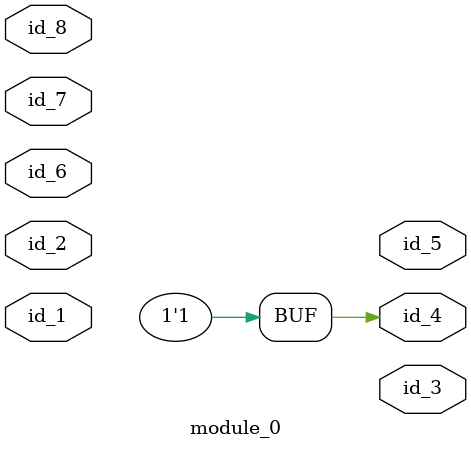
<source format=v>
module module_0 (
    id_1,
    id_2,
    id_3,
    id_4,
    id_5,
    id_6,
    id_7,
    id_8
);
  input id_8;
  inout id_7;
  inout id_6;
  output id_5;
  output id_4;
  output id_3;
  inout id_2;
  input id_1;
  assign id_4 = 1;
endmodule

</source>
